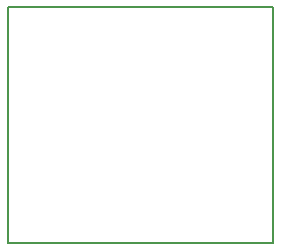
<source format=gbr>
G04 #@! TF.GenerationSoftware,KiCad,Pcbnew,(5.0.0-rc3-dev)*
G04 #@! TF.CreationDate,2018-07-21T10:19:03+02:00*
G04 #@! TF.ProjectId,Poweronoff,506F7765726F6E6F66662E6B69636164,rev?*
G04 #@! TF.SameCoordinates,PX7a8c120PY53ec600*
G04 #@! TF.FileFunction,Profile,NP*
%FSLAX46Y46*%
G04 Gerber Fmt 4.6, Leading zero omitted, Abs format (unit mm)*
G04 Created by KiCad (PCBNEW (5.0.0-rc3-dev)) date 07/21/18 10:19:03*
%MOMM*%
%LPD*%
G01*
G04 APERTURE LIST*
%ADD10C,0.150000*%
G04 APERTURE END LIST*
D10*
X0Y0D02*
X0Y20000000D01*
X22500000Y0D02*
X0Y0D01*
X22500000Y20000000D02*
X22500000Y0D01*
X0Y20000000D02*
X22500000Y20000000D01*
M02*

</source>
